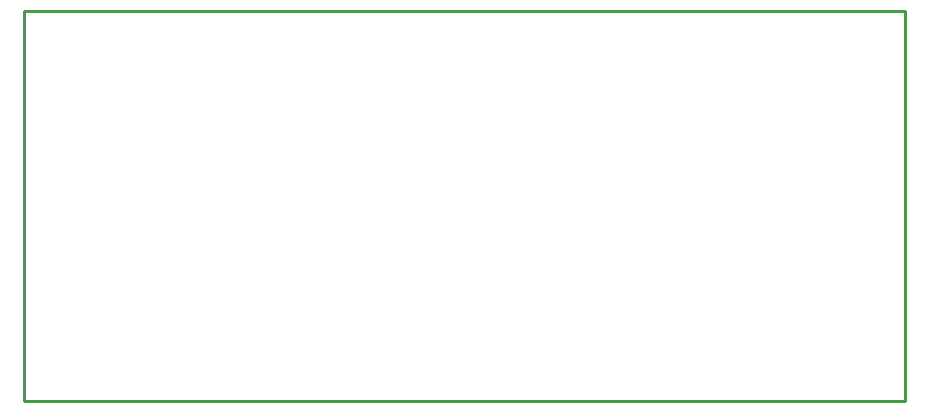
<source format=gbr>
G04 EAGLE Gerber RS-274X export*
G75*
%MOMM*%
%FSLAX34Y34*%
%LPD*%
%IN*%
%IPPOS*%
%AMOC8*
5,1,8,0,0,1.08239X$1,22.5*%
G01*
%ADD10C,0.254000*%


D10*
X0Y0D02*
X746000Y0D01*
X746000Y330100D01*
X0Y330100D01*
X0Y0D01*
M02*

</source>
